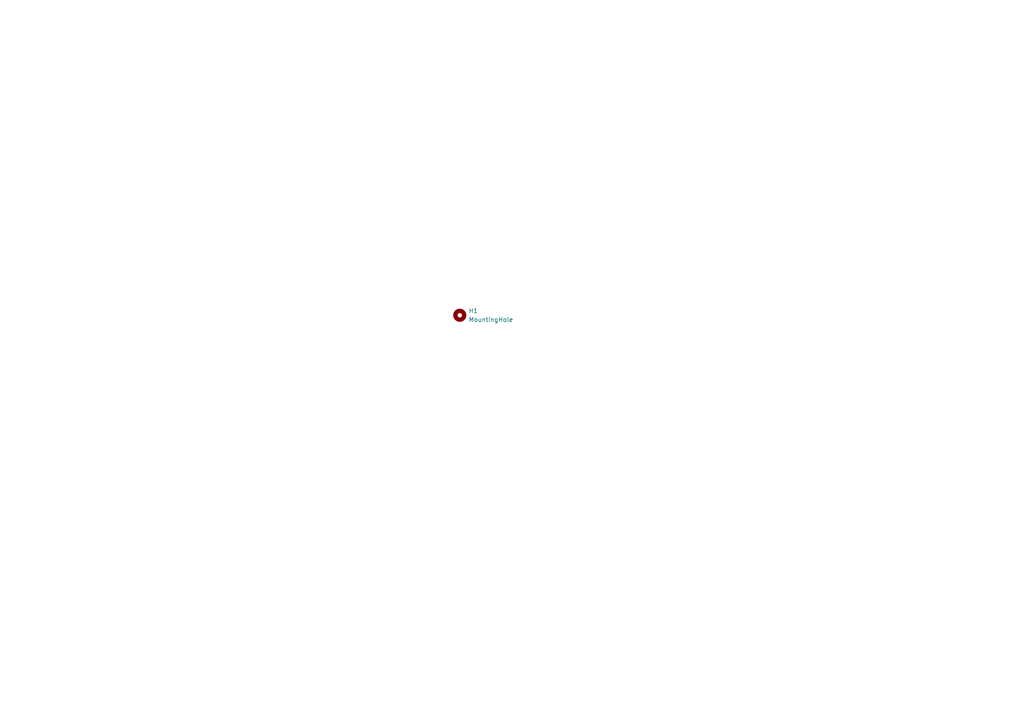
<source format=kicad_sch>
(kicad_sch (version 20250114) (generator "eeschema") (generator_version "9.0")
  (paper "A4")
  (lib_symbols
    (symbol "Mechanical:MountingHole" (pin_names (offset 1.016)) (in_bom no)
      (property "Reference" "H" (at 0 5.08 0))
      (property "Value" "MountingHole" (at 0 3.175 0))
      (symbol "MountingHole_0_1"
        (circle (center 0 0) (radius 1.27) (stroke (width 1.27)))
      )
    )
  )
  (symbol (lib_id "Mechanical:MountingHole") (at 133.35 91.44 0) (unit 1) (in_bom no)
    (property "Reference" "H1" (at 135.89 90.1699 0) (effects (justify left)))
    (property "Value" "MountingHole" (at 135.89 92.7099 0) (effects (justify left)))
    (property "Footprint" "MountingHole:MountingHole_2.1mm" (effects (hide yes)))
    (property "Description" "Mounting Hole without connection" (effects (hide yes)))
  )
)
</source>
